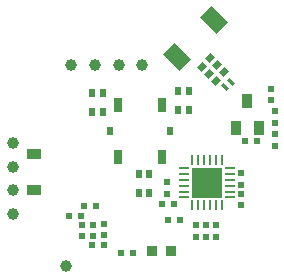
<source format=gbp>
G04 Layer_Color=128*
%FSLAX25Y25*%
%MOIN*%
G70*
G01*
G75*
%ADD11R,0.02362X0.01969*%
%ADD12R,0.03543X0.03543*%
%ADD17R,0.01969X0.02362*%
G04:AMPARAMS|DCode=19|XSize=19.69mil|YSize=23.62mil|CornerRadius=0mil|HoleSize=0mil|Usage=FLASHONLY|Rotation=315.000|XOffset=0mil|YOffset=0mil|HoleType=Round|Shape=Rectangle|*
%AMROTATEDRECTD19*
4,1,4,-0.01531,-0.00139,0.00139,0.01531,0.01531,0.00139,-0.00139,-0.01531,-0.01531,-0.00139,0.0*
%
%ADD19ROTATEDRECTD19*%

G04:AMPARAMS|DCode=49|XSize=13.78mil|YSize=23.62mil|CornerRadius=0mil|HoleSize=0mil|Usage=FLASHONLY|Rotation=225.000|XOffset=0mil|YOffset=0mil|HoleType=Round|Shape=Rectangle|*
%AMROTATEDRECTD49*
4,1,4,-0.00348,0.01322,0.01322,-0.00348,0.00348,-0.01322,-0.01322,0.00348,-0.00348,0.01322,0.0*
%
%ADD49ROTATEDRECTD49*%

%ADD50R,0.00984X0.03347*%
%ADD51R,0.03347X0.00984*%
%ADD52R,0.10236X0.10236*%
%ADD53R,0.02165X0.03150*%
G04:AMPARAMS|DCode=54|XSize=55.12mil|YSize=78.74mil|CornerRadius=0mil|HoleSize=0mil|Usage=FLASHONLY|Rotation=45.000|XOffset=0mil|YOffset=0mil|HoleType=Round|Shape=Rectangle|*
%AMROTATEDRECTD54*
4,1,4,0.00835,-0.04733,-0.04733,0.00835,-0.00835,0.04733,0.04733,-0.00835,0.00835,-0.04733,0.0*
%
%ADD54ROTATEDRECTD54*%

%ADD55R,0.04724X0.03347*%
%ADD56R,0.03600X0.05000*%
%ADD57C,0.03937*%
%ADD58R,0.03150X0.04724*%
%ADD59R,0.02362X0.03150*%
D11*
X40755Y25087D02*
D03*
X36817D02*
D03*
X32618Y28287D02*
D03*
X36555D02*
D03*
X37618Y31487D02*
D03*
X41555D02*
D03*
X63618Y32187D02*
D03*
X67555Y32187D02*
D03*
X95268Y53300D02*
D03*
X91331D02*
D03*
X65632Y26900D02*
D03*
X69569D02*
D03*
X53969Y15800D02*
D03*
X50032D02*
D03*
X44255Y18387D02*
D03*
X40318D02*
D03*
X36818Y21687D02*
D03*
X40755D02*
D03*
D12*
X66650Y16500D02*
D03*
X60150D02*
D03*
D17*
X65287Y35650D02*
D03*
Y39587D02*
D03*
X101287Y55455D02*
D03*
Y51518D02*
D03*
X101287Y59218D02*
D03*
Y63155D02*
D03*
X99987Y66718D02*
D03*
Y70655D02*
D03*
X89987Y38618D02*
D03*
Y42555D02*
D03*
X89987Y35655D02*
D03*
Y31718D02*
D03*
X81587Y21318D02*
D03*
Y25255D02*
D03*
X74887Y21118D02*
D03*
Y25055D02*
D03*
X78287Y21318D02*
D03*
Y25255D02*
D03*
X44300Y21732D02*
D03*
Y25668D02*
D03*
D19*
X76808Y78008D02*
D03*
X79592Y80792D02*
D03*
X81992Y78392D02*
D03*
X79208Y75608D02*
D03*
X81608Y73308D02*
D03*
X84392Y76092D02*
D03*
D49*
X84795Y71095D02*
D03*
X86605Y72905D02*
D03*
D50*
X81592Y46887D02*
D03*
X83561Y31729D02*
D03*
X81592D02*
D03*
X79624D02*
D03*
X77655D02*
D03*
X75687D02*
D03*
X73718D02*
D03*
Y46887D02*
D03*
X75687D02*
D03*
X77655D02*
D03*
X79624D02*
D03*
X83561D02*
D03*
D51*
X71061Y34387D02*
D03*
Y36355D02*
D03*
Y38324D02*
D03*
Y40292D02*
D03*
Y42261D02*
D03*
Y44229D02*
D03*
X86218D02*
D03*
Y42261D02*
D03*
Y40292D02*
D03*
Y38324D02*
D03*
Y36355D02*
D03*
Y34387D02*
D03*
D52*
X78639Y39308D02*
D03*
D53*
X59358Y35937D02*
D03*
Y42236D02*
D03*
X55815D02*
D03*
Y35937D02*
D03*
X40315Y62736D02*
D03*
Y69035D02*
D03*
X43858D02*
D03*
Y62736D02*
D03*
X72559Y63638D02*
D03*
Y69937D02*
D03*
X69016D02*
D03*
Y63638D02*
D03*
D54*
X68700Y81200D02*
D03*
X80949Y93449D02*
D03*
D55*
X20987Y36787D02*
D03*
Y48794D02*
D03*
D56*
X91837Y66487D02*
D03*
X95837Y57687D02*
D03*
X88337D02*
D03*
D57*
X33395Y78657D02*
D03*
X57017D02*
D03*
X41269D02*
D03*
X49143D02*
D03*
X31587Y11387D02*
D03*
X13867Y44576D02*
D03*
Y28828D02*
D03*
Y36702D02*
D03*
Y52450D02*
D03*
D58*
X49103Y47725D02*
D03*
Y65048D02*
D03*
X63670Y47725D02*
D03*
Y65048D02*
D03*
D59*
X46446Y56387D02*
D03*
X66328D02*
D03*
M02*

</source>
